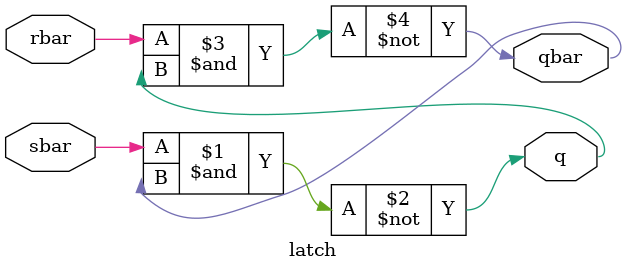
<source format=v>
module latch(q, qbar , sbar ,rbar);
    output q, qbar;
    input sbar, rbar;

    //assgin 말고 관계식 쓰는 방법
    //and, or, nand, nor, xor, nxor,
    nand n1(q,sbar,qbar);
    nand n2(qbar,rbar,q);
     
endmodule
</source>
